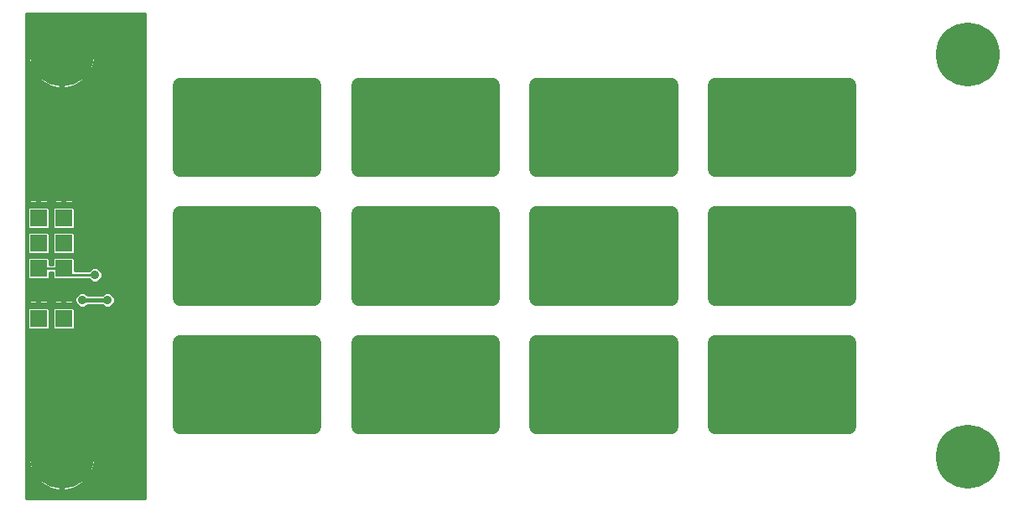
<source format=gbr>
G75*
G70*
%OFA0B0*%
%FSLAX24Y24*%
%IPPOS*%
%LPD*%
%AMOC8*
5,1,8,0,0,1.08239X$1,22.5*
%
%ADD10R,0.0650X0.0650*%
%ADD11C,0.2540*%
%ADD12C,0.0591*%
%ADD13C,0.0357*%
%ADD14C,0.0100*%
%ADD15C,0.0160*%
D10*
X000900Y007650D03*
X001900Y007650D03*
X001900Y008650D03*
X000900Y008650D03*
X000900Y009650D03*
X001900Y009650D03*
X001900Y010650D03*
X000900Y010650D03*
X000900Y011650D03*
X001900Y011650D03*
X001900Y012650D03*
X000900Y012650D03*
D11*
X001835Y018150D03*
X001835Y002150D03*
X037835Y002150D03*
X037835Y018150D03*
D12*
X033123Y016941D02*
X033123Y013595D01*
X027807Y013595D01*
X027807Y016941D01*
X033123Y016941D01*
X033123Y014185D02*
X027807Y014185D01*
X027807Y014775D02*
X033123Y014775D01*
X033123Y015365D02*
X027807Y015365D01*
X027807Y015955D02*
X033123Y015955D01*
X033123Y016545D02*
X027807Y016545D01*
X026036Y016941D02*
X026036Y013595D01*
X020720Y013595D01*
X020720Y016941D01*
X026036Y016941D01*
X026036Y014185D02*
X020720Y014185D01*
X020720Y014775D02*
X026036Y014775D01*
X026036Y015365D02*
X020720Y015365D01*
X020720Y015955D02*
X026036Y015955D01*
X026036Y016545D02*
X020720Y016545D01*
X018950Y016941D02*
X018950Y013595D01*
X013634Y013595D01*
X013634Y016941D01*
X018950Y016941D01*
X018950Y014185D02*
X013634Y014185D01*
X013634Y014775D02*
X018950Y014775D01*
X018950Y015365D02*
X013634Y015365D01*
X013634Y015955D02*
X018950Y015955D01*
X018950Y016545D02*
X013634Y016545D01*
X011863Y016941D02*
X011863Y013595D01*
X006547Y013595D01*
X006547Y016941D01*
X011863Y016941D01*
X011863Y014185D02*
X006547Y014185D01*
X006547Y014775D02*
X011863Y014775D01*
X011863Y015365D02*
X006547Y015365D01*
X006547Y015955D02*
X011863Y015955D01*
X011863Y016545D02*
X006547Y016545D01*
X011863Y011823D02*
X011863Y008477D01*
X006547Y008477D01*
X006547Y011823D01*
X011863Y011823D01*
X011863Y009067D02*
X006547Y009067D01*
X006547Y009657D02*
X011863Y009657D01*
X011863Y010247D02*
X006547Y010247D01*
X006547Y010837D02*
X011863Y010837D01*
X011863Y011427D02*
X006547Y011427D01*
X018950Y011823D02*
X018950Y008477D01*
X013634Y008477D01*
X013634Y011823D01*
X018950Y011823D01*
X018950Y009067D02*
X013634Y009067D01*
X013634Y009657D02*
X018950Y009657D01*
X018950Y010247D02*
X013634Y010247D01*
X013634Y010837D02*
X018950Y010837D01*
X018950Y011427D02*
X013634Y011427D01*
X026036Y011823D02*
X026036Y008477D01*
X020720Y008477D01*
X020720Y011823D01*
X026036Y011823D01*
X026036Y009067D02*
X020720Y009067D01*
X020720Y009657D02*
X026036Y009657D01*
X026036Y010247D02*
X020720Y010247D01*
X020720Y010837D02*
X026036Y010837D01*
X026036Y011427D02*
X020720Y011427D01*
X033123Y011823D02*
X033123Y008477D01*
X027807Y008477D01*
X027807Y011823D01*
X033123Y011823D01*
X033123Y009067D02*
X027807Y009067D01*
X027807Y009657D02*
X033123Y009657D01*
X033123Y010247D02*
X027807Y010247D01*
X027807Y010837D02*
X033123Y010837D01*
X033123Y011427D02*
X027807Y011427D01*
X033123Y006705D02*
X033123Y003359D01*
X027807Y003359D01*
X027807Y006705D01*
X033123Y006705D01*
X033123Y003949D02*
X027807Y003949D01*
X027807Y004539D02*
X033123Y004539D01*
X033123Y005129D02*
X027807Y005129D01*
X027807Y005719D02*
X033123Y005719D01*
X033123Y006309D02*
X027807Y006309D01*
X026036Y006705D02*
X026036Y003359D01*
X020720Y003359D01*
X020720Y006705D01*
X026036Y006705D01*
X026036Y003949D02*
X020720Y003949D01*
X020720Y004539D02*
X026036Y004539D01*
X026036Y005129D02*
X020720Y005129D01*
X020720Y005719D02*
X026036Y005719D01*
X026036Y006309D02*
X020720Y006309D01*
X018950Y006705D02*
X018950Y003359D01*
X013634Y003359D01*
X013634Y006705D01*
X018950Y006705D01*
X018950Y003949D02*
X013634Y003949D01*
X013634Y004539D02*
X018950Y004539D01*
X018950Y005129D02*
X013634Y005129D01*
X013634Y005719D02*
X018950Y005719D01*
X018950Y006309D02*
X013634Y006309D01*
X011863Y006705D02*
X011863Y003359D01*
X006547Y003359D01*
X006547Y006705D01*
X011863Y006705D01*
X011863Y003949D02*
X006547Y003949D01*
X006547Y004539D02*
X011863Y004539D01*
X011863Y005129D02*
X006547Y005129D01*
X006547Y005719D02*
X011863Y005719D01*
X011863Y006309D02*
X006547Y006309D01*
D13*
X006650Y006650D03*
X003650Y006400D03*
X003150Y006400D03*
X002650Y006400D03*
X002150Y006400D03*
X002650Y008400D03*
X003650Y008400D03*
X003150Y009400D03*
X003525Y009775D03*
X006400Y009400D03*
X013650Y008400D03*
X020650Y008400D03*
X027900Y008400D03*
X027900Y003400D03*
X020650Y003400D03*
X013650Y003400D03*
X013650Y013650D03*
X006650Y013650D03*
X003775Y013650D03*
X003275Y013650D03*
X002775Y013650D03*
X002275Y013650D03*
X020900Y013650D03*
X027900Y013650D03*
D14*
X000400Y019800D02*
X000400Y000500D01*
X005150Y000500D01*
X005150Y019800D01*
X000400Y019800D01*
X000400Y019752D02*
X005150Y019752D01*
X005150Y019653D02*
X000400Y019653D01*
X000400Y019555D02*
X005150Y019555D01*
X005150Y019456D02*
X002035Y019456D01*
X002029Y019457D02*
X001900Y019470D01*
X001885Y019470D01*
X001885Y018200D01*
X001785Y018200D01*
X001785Y018100D01*
X000515Y018100D01*
X000515Y018085D01*
X000528Y017956D01*
X000553Y017829D01*
X000591Y017705D01*
X000640Y017585D01*
X000701Y017471D01*
X000774Y017363D01*
X000856Y017262D01*
X000948Y017171D01*
X001048Y017088D01*
X001156Y017016D01*
X001270Y016955D01*
X001390Y016906D01*
X001514Y016868D01*
X001641Y016843D01*
X001770Y016830D01*
X001785Y016830D01*
X001785Y018100D01*
X001885Y018100D01*
X001885Y016830D01*
X001900Y016830D01*
X002029Y016843D01*
X002156Y016868D01*
X002280Y016906D01*
X002400Y016955D01*
X002514Y017016D01*
X002622Y017088D01*
X002723Y017171D01*
X002814Y017262D01*
X002897Y017363D01*
X002969Y017471D01*
X003030Y017585D01*
X003079Y017705D01*
X003117Y017829D01*
X003142Y017956D01*
X003155Y018085D01*
X003155Y018100D01*
X001885Y018100D01*
X001885Y018200D01*
X003155Y018200D01*
X003155Y018215D01*
X003142Y018344D01*
X003117Y018471D01*
X005150Y018471D01*
X005150Y018373D02*
X003137Y018373D01*
X003149Y018274D02*
X005150Y018274D01*
X005150Y018176D02*
X001885Y018176D01*
X001885Y018274D02*
X001785Y018274D01*
X001785Y018200D02*
X001785Y019470D01*
X001770Y019470D01*
X001641Y019457D01*
X001514Y019432D01*
X001390Y019394D01*
X001270Y019345D01*
X001156Y019284D01*
X001048Y019212D01*
X000948Y019129D01*
X000856Y019038D01*
X000774Y018937D01*
X000701Y018829D01*
X000640Y018715D01*
X000591Y018595D01*
X000553Y018471D01*
X000400Y018471D01*
X000400Y018373D02*
X000533Y018373D01*
X000528Y018344D02*
X000515Y018215D01*
X000515Y018200D01*
X001785Y018200D01*
X001785Y018176D02*
X000400Y018176D01*
X000400Y018274D02*
X000521Y018274D01*
X000528Y018344D02*
X000553Y018471D01*
X000583Y018570D02*
X000400Y018570D01*
X000400Y018668D02*
X000621Y018668D01*
X000668Y018767D02*
X000400Y018767D01*
X000400Y018865D02*
X000725Y018865D01*
X000795Y018964D02*
X000400Y018964D01*
X000400Y019062D02*
X000880Y019062D01*
X000986Y019161D02*
X000400Y019161D01*
X000400Y019259D02*
X001119Y019259D01*
X001301Y019358D02*
X000400Y019358D01*
X000400Y019456D02*
X001635Y019456D01*
X001785Y019456D02*
X001885Y019456D01*
X001885Y019358D02*
X001785Y019358D01*
X001785Y019259D02*
X001885Y019259D01*
X001885Y019161D02*
X001785Y019161D01*
X001785Y019062D02*
X001885Y019062D01*
X001885Y018964D02*
X001785Y018964D01*
X001785Y018865D02*
X001885Y018865D01*
X001885Y018767D02*
X001785Y018767D01*
X001785Y018668D02*
X001885Y018668D01*
X001885Y018570D02*
X001785Y018570D01*
X001785Y018471D02*
X001885Y018471D01*
X001885Y018373D02*
X001785Y018373D01*
X001785Y018077D02*
X001885Y018077D01*
X001885Y017979D02*
X001785Y017979D01*
X001785Y017880D02*
X001885Y017880D01*
X001885Y017782D02*
X001785Y017782D01*
X001785Y017683D02*
X001885Y017683D01*
X001885Y017585D02*
X001785Y017585D01*
X001785Y017486D02*
X001885Y017486D01*
X001885Y017388D02*
X001785Y017388D01*
X001785Y017289D02*
X001885Y017289D01*
X001885Y017191D02*
X001785Y017191D01*
X001785Y017092D02*
X001885Y017092D01*
X001885Y016994D02*
X001785Y016994D01*
X001785Y016895D02*
X001885Y016895D01*
X002245Y016895D02*
X005150Y016895D01*
X005150Y016797D02*
X000400Y016797D01*
X000400Y016895D02*
X001425Y016895D01*
X001198Y016994D02*
X000400Y016994D01*
X000400Y017092D02*
X001043Y017092D01*
X000928Y017191D02*
X000400Y017191D01*
X000400Y017289D02*
X000834Y017289D01*
X000757Y017388D02*
X000400Y017388D01*
X000400Y017486D02*
X000693Y017486D01*
X000641Y017585D02*
X000400Y017585D01*
X000400Y017683D02*
X000600Y017683D01*
X000567Y017782D02*
X000400Y017782D01*
X000400Y017880D02*
X000543Y017880D01*
X000526Y017979D02*
X000400Y017979D01*
X000400Y018077D02*
X000516Y018077D01*
X002400Y019345D02*
X002514Y019284D01*
X002622Y019212D01*
X002723Y019129D01*
X002814Y019038D01*
X002897Y018937D01*
X002969Y018829D01*
X003030Y018715D01*
X003079Y018595D01*
X003117Y018471D01*
X003087Y018570D02*
X005150Y018570D01*
X005150Y018668D02*
X003049Y018668D01*
X003002Y018767D02*
X005150Y018767D01*
X005150Y018865D02*
X002945Y018865D01*
X002875Y018964D02*
X005150Y018964D01*
X005150Y019062D02*
X002790Y019062D01*
X002684Y019161D02*
X005150Y019161D01*
X005150Y019259D02*
X002551Y019259D01*
X002400Y019345D02*
X002280Y019394D01*
X002156Y019432D01*
X002029Y019457D01*
X002369Y019358D02*
X005150Y019358D01*
X005150Y018077D02*
X003154Y018077D01*
X003145Y017979D02*
X005150Y017979D01*
X005150Y017880D02*
X003127Y017880D01*
X003103Y017782D02*
X005150Y017782D01*
X005150Y017683D02*
X003070Y017683D01*
X003030Y017585D02*
X005150Y017585D01*
X005150Y017486D02*
X002977Y017486D01*
X002913Y017388D02*
X005150Y017388D01*
X005150Y017289D02*
X002836Y017289D01*
X002742Y017191D02*
X005150Y017191D01*
X005150Y017092D02*
X002627Y017092D01*
X002472Y016994D02*
X005150Y016994D01*
X005150Y016698D02*
X000400Y016698D01*
X000400Y016600D02*
X005150Y016600D01*
X005150Y016501D02*
X000400Y016501D01*
X000400Y016403D02*
X005150Y016403D01*
X005150Y016304D02*
X000400Y016304D01*
X000400Y016206D02*
X005150Y016206D01*
X005150Y016107D02*
X000400Y016107D01*
X000400Y016009D02*
X005150Y016009D01*
X005150Y015910D02*
X000400Y015910D01*
X000400Y015812D02*
X005150Y015812D01*
X005150Y015713D02*
X000400Y015713D01*
X000400Y015615D02*
X005150Y015615D01*
X005150Y015516D02*
X000400Y015516D01*
X000400Y015418D02*
X005150Y015418D01*
X005150Y015319D02*
X000400Y015319D01*
X000400Y015221D02*
X005150Y015221D01*
X005150Y015122D02*
X000400Y015122D01*
X000400Y015024D02*
X005150Y015024D01*
X005150Y014925D02*
X000400Y014925D01*
X000400Y014827D02*
X005150Y014827D01*
X005150Y014728D02*
X000400Y014728D01*
X000400Y014630D02*
X005150Y014630D01*
X005150Y014531D02*
X000400Y014531D01*
X000400Y014433D02*
X005150Y014433D01*
X005150Y014334D02*
X000400Y014334D01*
X000400Y014236D02*
X005150Y014236D01*
X005150Y014137D02*
X000400Y014137D01*
X000400Y014039D02*
X005150Y014039D01*
X005150Y013940D02*
X000400Y013940D01*
X000400Y013842D02*
X005150Y013842D01*
X005150Y013743D02*
X000400Y013743D01*
X000400Y013645D02*
X005150Y013645D01*
X005150Y013546D02*
X000400Y013546D01*
X000400Y013448D02*
X005150Y013448D01*
X005150Y013349D02*
X000400Y013349D01*
X000400Y013251D02*
X005150Y013251D01*
X005150Y013152D02*
X000400Y013152D01*
X000400Y013054D02*
X005150Y013054D01*
X005150Y012955D02*
X002275Y012955D01*
X002275Y012985D02*
X002267Y013003D01*
X002253Y013017D01*
X002235Y013025D01*
X001938Y013025D01*
X001938Y012688D01*
X001862Y012688D01*
X001862Y013025D01*
X001565Y013025D01*
X001547Y013017D01*
X001533Y013003D01*
X001525Y012985D01*
X001525Y012688D01*
X001862Y012688D01*
X001862Y012612D01*
X001938Y012612D01*
X001938Y012688D01*
X002275Y012688D01*
X002275Y012985D01*
X002275Y012857D02*
X005150Y012857D01*
X005150Y012758D02*
X002275Y012758D01*
X002275Y012612D02*
X002275Y012315D01*
X002267Y012297D01*
X002253Y012283D01*
X002235Y012275D01*
X001938Y012275D01*
X001938Y012612D01*
X002275Y012612D01*
X002275Y012561D02*
X005150Y012561D01*
X005150Y012463D02*
X002275Y012463D01*
X002275Y012364D02*
X005150Y012364D01*
X005150Y012266D02*
X000400Y012266D01*
X000400Y012364D02*
X000525Y012364D01*
X000525Y012315D02*
X000533Y012297D01*
X000547Y012283D01*
X000565Y012275D01*
X000862Y012275D01*
X000862Y012612D01*
X000938Y012612D01*
X000938Y012688D01*
X000862Y012688D01*
X000862Y013025D01*
X000565Y013025D01*
X000547Y013017D01*
X000533Y013003D01*
X000525Y012985D01*
X000525Y012688D01*
X000862Y012688D01*
X000862Y012612D01*
X000525Y012612D01*
X000525Y012315D01*
X000525Y012463D02*
X000400Y012463D01*
X000400Y012561D02*
X000525Y012561D01*
X000400Y012660D02*
X000862Y012660D01*
X000938Y012660D02*
X001862Y012660D01*
X001862Y012612D02*
X001525Y012612D01*
X001525Y012315D01*
X001533Y012297D01*
X001547Y012283D01*
X001565Y012275D01*
X001862Y012275D01*
X001862Y012612D01*
X001862Y012561D02*
X001938Y012561D01*
X001938Y012463D02*
X001862Y012463D01*
X001862Y012364D02*
X001938Y012364D01*
X001525Y012364D02*
X001275Y012364D01*
X001275Y012315D02*
X001275Y012612D01*
X000938Y012612D01*
X000938Y012275D01*
X001235Y012275D01*
X001253Y012283D01*
X001267Y012297D01*
X001275Y012315D01*
X001275Y012463D02*
X001525Y012463D01*
X001525Y012561D02*
X001275Y012561D01*
X001275Y012688D02*
X000938Y012688D01*
X000938Y013025D01*
X001235Y013025D01*
X001253Y013017D01*
X001267Y013003D01*
X001275Y012985D01*
X001275Y012688D01*
X001275Y012758D02*
X001525Y012758D01*
X001525Y012857D02*
X001275Y012857D01*
X001275Y012955D02*
X001525Y012955D01*
X001862Y012955D02*
X001938Y012955D01*
X001938Y012857D02*
X001862Y012857D01*
X001862Y012758D02*
X001938Y012758D01*
X001938Y012660D02*
X005150Y012660D01*
X005150Y012167D02*
X000400Y012167D01*
X000400Y012069D02*
X000513Y012069D01*
X000529Y012085D02*
X000465Y012021D01*
X000465Y011279D01*
X000529Y011215D01*
X001271Y011215D01*
X001335Y011279D01*
X001335Y012021D01*
X001271Y012085D01*
X000529Y012085D01*
X000465Y011970D02*
X000400Y011970D01*
X000400Y011872D02*
X000465Y011872D01*
X000465Y011773D02*
X000400Y011773D01*
X000400Y011675D02*
X000465Y011675D01*
X000465Y011576D02*
X000400Y011576D01*
X000400Y011478D02*
X000465Y011478D01*
X000465Y011379D02*
X000400Y011379D01*
X000400Y011281D02*
X000465Y011281D01*
X000400Y011182D02*
X005150Y011182D01*
X005150Y011084D02*
X002272Y011084D01*
X002271Y011085D02*
X001529Y011085D01*
X001465Y011021D01*
X001465Y010279D01*
X001529Y010215D01*
X002271Y010215D01*
X002335Y010279D01*
X002335Y011021D01*
X002271Y011085D01*
X002335Y010985D02*
X005150Y010985D01*
X005150Y010887D02*
X002335Y010887D01*
X002335Y010788D02*
X005150Y010788D01*
X005150Y010690D02*
X002335Y010690D01*
X002335Y010591D02*
X005150Y010591D01*
X005150Y010493D02*
X002335Y010493D01*
X002335Y010394D02*
X005150Y010394D01*
X005150Y010296D02*
X002335Y010296D01*
X002271Y010085D02*
X001529Y010085D01*
X001465Y010021D01*
X001465Y009810D01*
X001335Y009810D01*
X001335Y010021D01*
X001271Y010085D01*
X000529Y010085D01*
X000465Y010021D01*
X000465Y009279D01*
X000529Y009215D01*
X001271Y009215D01*
X001335Y009279D01*
X001335Y009490D01*
X001465Y009490D01*
X001465Y009279D01*
X001529Y009215D01*
X002271Y009215D01*
X002296Y009240D01*
X002904Y009240D01*
X002905Y009237D01*
X002987Y009155D01*
X003093Y009112D01*
X003207Y009112D01*
X003313Y009155D01*
X003395Y009237D01*
X003438Y009343D01*
X003438Y009457D01*
X003395Y009563D01*
X003313Y009645D01*
X003207Y009688D01*
X003093Y009688D01*
X002987Y009645D01*
X002905Y009563D01*
X002904Y009560D01*
X002335Y009560D01*
X002335Y010021D01*
X002271Y010085D01*
X002335Y010000D02*
X005150Y010000D01*
X005150Y009902D02*
X002335Y009902D01*
X002335Y009803D02*
X005150Y009803D01*
X005150Y009705D02*
X002335Y009705D01*
X002335Y009606D02*
X002948Y009606D01*
X003150Y009400D02*
X002150Y009400D01*
X001900Y009650D01*
X000900Y009650D01*
X000465Y009606D02*
X000400Y009606D01*
X000400Y009508D02*
X000465Y009508D01*
X000465Y009409D02*
X000400Y009409D01*
X000400Y009311D02*
X000465Y009311D01*
X000400Y009212D02*
X002930Y009212D01*
X003088Y009114D02*
X000400Y009114D01*
X000400Y009015D02*
X000544Y009015D01*
X000547Y009017D02*
X000533Y009003D01*
X000525Y008985D01*
X000525Y008688D01*
X000862Y008688D01*
X000862Y009025D01*
X000565Y009025D01*
X000547Y009017D01*
X000525Y008917D02*
X000400Y008917D01*
X000400Y008818D02*
X000525Y008818D01*
X000525Y008720D02*
X000400Y008720D01*
X000400Y008621D02*
X000862Y008621D01*
X000862Y008612D02*
X000525Y008612D01*
X000525Y008315D01*
X000533Y008297D01*
X000547Y008283D01*
X000565Y008275D01*
X000862Y008275D01*
X000862Y008612D01*
X000938Y008612D01*
X000938Y008688D01*
X000862Y008688D01*
X000862Y008612D01*
X000938Y008612D02*
X000938Y008275D01*
X001235Y008275D01*
X001253Y008283D01*
X001267Y008297D01*
X001275Y008315D01*
X001275Y008612D01*
X000938Y008612D01*
X000938Y008621D02*
X001862Y008621D01*
X001862Y008612D02*
X001525Y008612D01*
X001525Y008315D01*
X001533Y008297D01*
X001547Y008283D01*
X001565Y008275D01*
X001862Y008275D01*
X001862Y008612D01*
X001938Y008612D01*
X001938Y008688D01*
X001862Y008688D01*
X001862Y009025D01*
X001565Y009025D01*
X001547Y009017D01*
X001533Y009003D01*
X001525Y008985D01*
X001525Y008688D01*
X001862Y008688D01*
X001862Y008612D01*
X001938Y008612D02*
X001938Y008275D01*
X002235Y008275D01*
X002253Y008283D01*
X002267Y008297D01*
X002275Y008315D01*
X002275Y008612D01*
X001938Y008612D01*
X001938Y008621D02*
X002463Y008621D01*
X002487Y008645D02*
X002405Y008563D01*
X002362Y008457D01*
X002362Y008343D01*
X002405Y008237D01*
X002487Y008155D01*
X002593Y008112D01*
X002707Y008112D01*
X002813Y008155D01*
X002868Y008210D01*
X003432Y008210D01*
X003487Y008155D01*
X003593Y008112D01*
X003707Y008112D01*
X003813Y008155D01*
X003895Y008237D01*
X003938Y008343D01*
X003938Y008457D01*
X003895Y008563D01*
X003813Y008645D01*
X003707Y008688D01*
X003593Y008688D01*
X003487Y008645D01*
X003432Y008590D01*
X002868Y008590D01*
X002813Y008645D01*
X002707Y008688D01*
X002593Y008688D01*
X002487Y008645D01*
X002389Y008523D02*
X002275Y008523D01*
X002275Y008424D02*
X002362Y008424D01*
X002369Y008326D02*
X002275Y008326D01*
X002415Y008227D02*
X000400Y008227D01*
X000400Y008129D02*
X002552Y008129D01*
X002748Y008129D02*
X003552Y008129D01*
X003748Y008129D02*
X005150Y008129D01*
X005150Y008227D02*
X003885Y008227D01*
X003931Y008326D02*
X005150Y008326D01*
X005150Y008424D02*
X003938Y008424D01*
X003911Y008523D02*
X005150Y008523D01*
X005150Y008621D02*
X003837Y008621D01*
X003463Y008621D02*
X002837Y008621D01*
X002275Y008688D02*
X002275Y008985D01*
X002267Y009003D01*
X002253Y009017D01*
X002235Y009025D01*
X001938Y009025D01*
X001938Y008688D01*
X002275Y008688D01*
X002275Y008720D02*
X005150Y008720D01*
X005150Y008818D02*
X002275Y008818D01*
X002275Y008917D02*
X005150Y008917D01*
X005150Y009015D02*
X002256Y009015D01*
X001938Y009015D02*
X001862Y009015D01*
X001862Y008917D02*
X001938Y008917D01*
X001938Y008818D02*
X001862Y008818D01*
X001862Y008720D02*
X001938Y008720D01*
X001938Y008523D02*
X001862Y008523D01*
X001862Y008424D02*
X001938Y008424D01*
X001938Y008326D02*
X001862Y008326D01*
X001525Y008326D02*
X001275Y008326D01*
X001275Y008424D02*
X001525Y008424D01*
X001525Y008523D02*
X001275Y008523D01*
X001275Y008688D02*
X000938Y008688D01*
X000938Y009025D01*
X001235Y009025D01*
X001253Y009017D01*
X001267Y009003D01*
X001275Y008985D01*
X001275Y008688D01*
X001275Y008720D02*
X001525Y008720D01*
X001525Y008818D02*
X001275Y008818D01*
X001275Y008917D02*
X001525Y008917D01*
X001544Y009015D02*
X001256Y009015D01*
X001335Y009311D02*
X001465Y009311D01*
X001465Y009409D02*
X001335Y009409D01*
X001335Y009902D02*
X001465Y009902D01*
X001465Y010000D02*
X001335Y010000D01*
X001271Y010215D02*
X001335Y010279D01*
X001335Y011021D01*
X001271Y011085D01*
X000529Y011085D01*
X000465Y011021D01*
X000465Y010279D01*
X000529Y010215D01*
X001271Y010215D01*
X001335Y010296D02*
X001465Y010296D01*
X001465Y010394D02*
X001335Y010394D01*
X001335Y010493D02*
X001465Y010493D01*
X001465Y010591D02*
X001335Y010591D01*
X001335Y010690D02*
X001465Y010690D01*
X001465Y010788D02*
X001335Y010788D01*
X001335Y010887D02*
X001465Y010887D01*
X001465Y010985D02*
X001335Y010985D01*
X001272Y011084D02*
X001528Y011084D01*
X001529Y011215D02*
X001465Y011279D01*
X001465Y012021D01*
X001529Y012085D01*
X002271Y012085D01*
X002335Y012021D01*
X002335Y011279D01*
X002271Y011215D01*
X001529Y011215D01*
X001465Y011281D02*
X001335Y011281D01*
X001335Y011379D02*
X001465Y011379D01*
X001465Y011478D02*
X001335Y011478D01*
X001335Y011576D02*
X001465Y011576D01*
X001465Y011675D02*
X001335Y011675D01*
X001335Y011773D02*
X001465Y011773D01*
X001465Y011872D02*
X001335Y011872D01*
X001335Y011970D02*
X001465Y011970D01*
X001513Y012069D02*
X001287Y012069D01*
X000938Y012364D02*
X000862Y012364D01*
X000862Y012463D02*
X000938Y012463D01*
X000938Y012561D02*
X000862Y012561D01*
X000862Y012758D02*
X000938Y012758D01*
X000938Y012857D02*
X000862Y012857D01*
X000862Y012955D02*
X000938Y012955D01*
X000525Y012955D02*
X000400Y012955D01*
X000400Y012857D02*
X000525Y012857D01*
X000525Y012758D02*
X000400Y012758D01*
X002287Y012069D02*
X005150Y012069D01*
X005150Y011970D02*
X002335Y011970D01*
X002335Y011872D02*
X005150Y011872D01*
X005150Y011773D02*
X002335Y011773D01*
X002335Y011675D02*
X005150Y011675D01*
X005150Y011576D02*
X002335Y011576D01*
X002335Y011478D02*
X005150Y011478D01*
X005150Y011379D02*
X002335Y011379D01*
X002335Y011281D02*
X005150Y011281D01*
X005150Y010197D02*
X000400Y010197D01*
X000400Y010099D02*
X005150Y010099D01*
X005150Y009606D02*
X003352Y009606D01*
X003418Y009508D02*
X005150Y009508D01*
X005150Y009409D02*
X003438Y009409D01*
X003425Y009311D02*
X005150Y009311D01*
X005150Y009212D02*
X003370Y009212D01*
X003212Y009114D02*
X005150Y009114D01*
X006400Y009400D02*
X009150Y009400D01*
X009150Y010150D01*
X009205Y010150D01*
X005150Y008030D02*
X002326Y008030D01*
X002335Y008021D02*
X002271Y008085D01*
X001529Y008085D01*
X001465Y008021D01*
X001465Y007279D01*
X001529Y007215D01*
X002271Y007215D01*
X002335Y007279D01*
X002335Y008021D01*
X002335Y007932D02*
X005150Y007932D01*
X005150Y007833D02*
X002335Y007833D01*
X002335Y007735D02*
X005150Y007735D01*
X005150Y007636D02*
X002335Y007636D01*
X002335Y007538D02*
X005150Y007538D01*
X005150Y007439D02*
X002335Y007439D01*
X002335Y007341D02*
X005150Y007341D01*
X005150Y007242D02*
X002298Y007242D01*
X001502Y007242D02*
X001298Y007242D01*
X001271Y007215D02*
X001335Y007279D01*
X001335Y008021D01*
X001271Y008085D01*
X000529Y008085D01*
X000465Y008021D01*
X000465Y007279D01*
X000529Y007215D01*
X001271Y007215D01*
X001335Y007341D02*
X001465Y007341D01*
X001465Y007439D02*
X001335Y007439D01*
X001335Y007538D02*
X001465Y007538D01*
X001465Y007636D02*
X001335Y007636D01*
X001335Y007735D02*
X001465Y007735D01*
X001465Y007833D02*
X001335Y007833D01*
X001335Y007932D02*
X001465Y007932D01*
X001474Y008030D02*
X001326Y008030D01*
X000938Y008326D02*
X000862Y008326D01*
X000862Y008424D02*
X000938Y008424D01*
X000938Y008523D02*
X000862Y008523D01*
X000862Y008720D02*
X000938Y008720D01*
X000938Y008818D02*
X000862Y008818D01*
X000862Y008917D02*
X000938Y008917D01*
X000938Y009015D02*
X000862Y009015D01*
X000525Y008523D02*
X000400Y008523D01*
X000400Y008424D02*
X000525Y008424D01*
X000525Y008326D02*
X000400Y008326D01*
X000400Y008030D02*
X000474Y008030D01*
X000465Y007932D02*
X000400Y007932D01*
X000400Y007833D02*
X000465Y007833D01*
X000465Y007735D02*
X000400Y007735D01*
X000400Y007636D02*
X000465Y007636D01*
X000465Y007538D02*
X000400Y007538D01*
X000400Y007439D02*
X000465Y007439D01*
X000465Y007341D02*
X000400Y007341D01*
X000400Y007242D02*
X000502Y007242D01*
X000400Y007144D02*
X005150Y007144D01*
X005150Y007045D02*
X000400Y007045D01*
X000400Y006947D02*
X005150Y006947D01*
X005150Y006848D02*
X000400Y006848D01*
X000400Y006750D02*
X005150Y006750D01*
X005150Y006651D02*
X000400Y006651D01*
X000400Y006553D02*
X005150Y006553D01*
X005150Y006454D02*
X000400Y006454D01*
X000400Y006356D02*
X005150Y006356D01*
X005150Y006257D02*
X000400Y006257D01*
X000400Y006159D02*
X005150Y006159D01*
X005150Y006060D02*
X000400Y006060D01*
X000400Y005962D02*
X005150Y005962D01*
X005150Y005863D02*
X000400Y005863D01*
X000400Y005765D02*
X005150Y005765D01*
X005150Y005666D02*
X000400Y005666D01*
X000400Y005568D02*
X005150Y005568D01*
X005150Y005469D02*
X000400Y005469D01*
X000400Y005371D02*
X005150Y005371D01*
X005150Y005272D02*
X000400Y005272D01*
X000400Y005174D02*
X005150Y005174D01*
X005150Y005075D02*
X000400Y005075D01*
X000400Y004977D02*
X005150Y004977D01*
X005150Y004878D02*
X000400Y004878D01*
X000400Y004780D02*
X005150Y004780D01*
X005150Y004681D02*
X000400Y004681D01*
X000400Y004583D02*
X005150Y004583D01*
X005150Y004484D02*
X000400Y004484D01*
X000400Y004386D02*
X005150Y004386D01*
X005150Y004287D02*
X000400Y004287D01*
X000400Y004189D02*
X005150Y004189D01*
X005150Y004090D02*
X000400Y004090D01*
X000400Y003992D02*
X005150Y003992D01*
X005150Y003893D02*
X000400Y003893D01*
X000400Y003795D02*
X005150Y003795D01*
X005150Y003696D02*
X000400Y003696D01*
X000400Y003598D02*
X005150Y003598D01*
X005150Y003499D02*
X000400Y003499D01*
X000400Y003401D02*
X001410Y003401D01*
X001390Y003394D02*
X001270Y003345D01*
X001156Y003284D01*
X001048Y003212D01*
X000948Y003129D01*
X000856Y003038D01*
X000774Y002937D01*
X000701Y002829D01*
X000640Y002715D01*
X000591Y002595D01*
X000553Y002471D01*
X000528Y002344D01*
X000515Y002215D01*
X000515Y002200D01*
X001785Y002200D01*
X001785Y002100D01*
X000515Y002100D01*
X000515Y002085D01*
X000528Y001956D01*
X000553Y001829D01*
X000591Y001705D01*
X000640Y001585D01*
X000701Y001471D01*
X000774Y001363D01*
X000856Y001262D01*
X000948Y001171D01*
X001048Y001088D01*
X001156Y001016D01*
X001270Y000955D01*
X001390Y000906D01*
X001514Y000868D01*
X001641Y000843D01*
X001770Y000830D01*
X001785Y000830D01*
X001785Y002100D01*
X001885Y002100D01*
X001885Y000830D01*
X001900Y000830D01*
X002029Y000843D01*
X002156Y000868D01*
X002280Y000906D01*
X002400Y000955D01*
X002514Y001016D01*
X002622Y001088D01*
X002723Y001171D01*
X002814Y001262D01*
X002897Y001363D01*
X002969Y001471D01*
X003030Y001585D01*
X003079Y001705D01*
X003117Y001829D01*
X003142Y001956D01*
X003155Y002085D01*
X003155Y002100D01*
X001885Y002100D01*
X001885Y002200D01*
X001785Y002200D01*
X001785Y003470D01*
X001770Y003470D01*
X001641Y003457D01*
X001514Y003432D01*
X001390Y003394D01*
X001190Y003302D02*
X000400Y003302D01*
X000400Y003204D02*
X001038Y003204D01*
X000923Y003105D02*
X000400Y003105D01*
X000400Y003007D02*
X000830Y003007D01*
X000754Y002908D02*
X000400Y002908D01*
X000400Y002810D02*
X000691Y002810D01*
X000639Y002711D02*
X000400Y002711D01*
X000400Y002613D02*
X000598Y002613D01*
X000566Y002514D02*
X000400Y002514D01*
X000400Y002416D02*
X000542Y002416D01*
X000525Y002317D02*
X000400Y002317D01*
X000400Y002219D02*
X000515Y002219D01*
X000400Y002120D02*
X001785Y002120D01*
X001785Y002022D02*
X001885Y002022D01*
X001885Y002120D02*
X005150Y002120D01*
X005150Y002022D02*
X003149Y002022D01*
X003136Y001923D02*
X005150Y001923D01*
X005150Y001825D02*
X003116Y001825D01*
X003086Y001726D02*
X005150Y001726D01*
X005150Y001628D02*
X003047Y001628D01*
X003000Y001529D02*
X005150Y001529D01*
X005150Y001431D02*
X002942Y001431D01*
X002871Y001332D02*
X005150Y001332D01*
X005150Y001234D02*
X002785Y001234D01*
X002679Y001135D02*
X005150Y001135D01*
X005150Y001037D02*
X002545Y001037D01*
X002358Y000938D02*
X005150Y000938D01*
X005150Y000840D02*
X001996Y000840D01*
X001885Y000840D02*
X001785Y000840D01*
X001785Y000938D02*
X001885Y000938D01*
X001885Y001037D02*
X001785Y001037D01*
X001785Y001135D02*
X001885Y001135D01*
X001885Y001234D02*
X001785Y001234D01*
X001785Y001332D02*
X001885Y001332D01*
X001885Y001431D02*
X001785Y001431D01*
X001785Y001529D02*
X001885Y001529D01*
X001885Y001628D02*
X001785Y001628D01*
X001785Y001726D02*
X001885Y001726D01*
X001885Y001825D02*
X001785Y001825D01*
X001785Y001923D02*
X001885Y001923D01*
X001885Y002200D02*
X003155Y002200D01*
X003155Y002215D01*
X003142Y002344D01*
X003117Y002471D01*
X003079Y002595D01*
X003030Y002715D01*
X002969Y002829D01*
X002897Y002937D01*
X002814Y003038D01*
X002723Y003129D01*
X002622Y003212D01*
X002514Y003284D01*
X002400Y003345D01*
X002280Y003394D01*
X002156Y003432D01*
X002029Y003457D01*
X001900Y003470D01*
X001885Y003470D01*
X001885Y002200D01*
X001885Y002219D02*
X001785Y002219D01*
X001785Y002317D02*
X001885Y002317D01*
X001885Y002416D02*
X001785Y002416D01*
X001785Y002514D02*
X001885Y002514D01*
X001885Y002613D02*
X001785Y002613D01*
X001785Y002711D02*
X001885Y002711D01*
X001885Y002810D02*
X001785Y002810D01*
X001785Y002908D02*
X001885Y002908D01*
X001885Y003007D02*
X001785Y003007D01*
X001785Y003105D02*
X001885Y003105D01*
X001885Y003204D02*
X001785Y003204D01*
X001785Y003302D02*
X001885Y003302D01*
X001885Y003401D02*
X001785Y003401D01*
X002260Y003401D02*
X005150Y003401D01*
X005150Y003302D02*
X002480Y003302D01*
X002632Y003204D02*
X005150Y003204D01*
X005150Y003105D02*
X002747Y003105D01*
X002840Y003007D02*
X005150Y003007D01*
X005150Y002908D02*
X002916Y002908D01*
X002979Y002810D02*
X005150Y002810D01*
X005150Y002711D02*
X003031Y002711D01*
X003072Y002613D02*
X005150Y002613D01*
X005150Y002514D02*
X003104Y002514D01*
X003128Y002416D02*
X005150Y002416D01*
X005150Y002317D02*
X003145Y002317D01*
X003155Y002219D02*
X005150Y002219D01*
X005150Y000741D02*
X000400Y000741D01*
X000400Y000643D02*
X005150Y000643D01*
X005150Y000544D02*
X000400Y000544D01*
X000400Y000840D02*
X001674Y000840D01*
X001312Y000938D02*
X000400Y000938D01*
X000400Y001037D02*
X001126Y001037D01*
X000991Y001135D02*
X000400Y001135D01*
X000400Y001234D02*
X000885Y001234D01*
X000799Y001332D02*
X000400Y001332D01*
X000400Y001431D02*
X000728Y001431D01*
X000670Y001529D02*
X000400Y001529D01*
X000400Y001628D02*
X000623Y001628D01*
X000584Y001726D02*
X000400Y001726D01*
X000400Y001825D02*
X000554Y001825D01*
X000534Y001923D02*
X000400Y001923D01*
X000400Y002022D02*
X000521Y002022D01*
X007900Y006650D02*
X009150Y005400D01*
X009150Y005087D01*
X009205Y005032D01*
X007900Y006650D02*
X006650Y006650D01*
X000465Y009705D02*
X000400Y009705D01*
X000400Y009803D02*
X000465Y009803D01*
X000465Y009902D02*
X000400Y009902D01*
X000400Y010000D02*
X000465Y010000D01*
X000465Y010296D02*
X000400Y010296D01*
X000400Y010394D02*
X000465Y010394D01*
X000465Y010493D02*
X000400Y010493D01*
X000400Y010591D02*
X000465Y010591D01*
X000465Y010690D02*
X000400Y010690D01*
X000400Y010788D02*
X000465Y010788D01*
X000465Y010887D02*
X000400Y010887D01*
X000400Y010985D02*
X000465Y010985D01*
X000528Y011084D02*
X000400Y011084D01*
X006650Y013650D02*
X007650Y013650D01*
X009150Y015150D01*
X009150Y015213D01*
X009205Y015268D01*
X013650Y013650D02*
X014674Y013650D01*
X016292Y015268D01*
X020900Y013650D02*
X021760Y013650D01*
X023378Y015268D01*
X027900Y013650D02*
X028847Y013650D01*
X030465Y015268D01*
X030465Y010150D02*
X028715Y008400D01*
X027900Y008400D01*
X023378Y010150D02*
X021628Y008400D01*
X020650Y008400D01*
X016292Y010150D02*
X014542Y008400D01*
X013650Y008400D01*
X016292Y005032D02*
X014660Y003400D01*
X013650Y003400D01*
X020650Y003400D02*
X021746Y003400D01*
X023378Y005032D01*
X027900Y003400D02*
X028833Y003400D01*
X030465Y005032D01*
D15*
X003650Y008400D02*
X002650Y008400D01*
M02*

</source>
